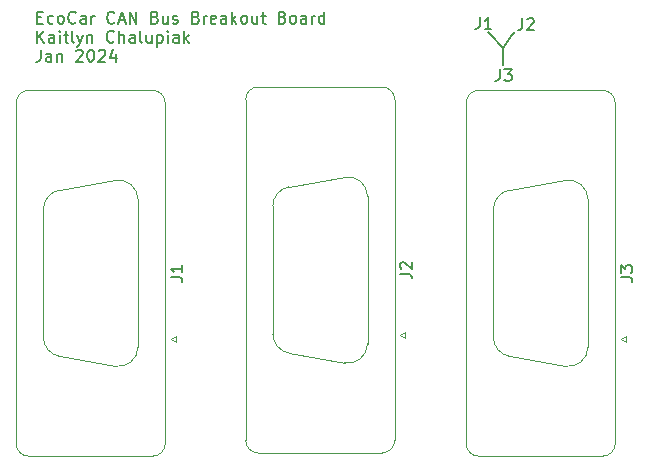
<source format=gto>
G04 #@! TF.GenerationSoftware,KiCad,Pcbnew,7.0.10*
G04 #@! TF.CreationDate,2024-01-28T20:04:37-07:00*
G04 #@! TF.ProjectId,CANBUS Breakout Board,43414e42-5553-4204-9272-65616b6f7574,rev?*
G04 #@! TF.SameCoordinates,Original*
G04 #@! TF.FileFunction,Legend,Top*
G04 #@! TF.FilePolarity,Positive*
%FSLAX46Y46*%
G04 Gerber Fmt 4.6, Leading zero omitted, Abs format (unit mm)*
G04 Created by KiCad (PCBNEW 7.0.10) date 2024-01-28 20:04:37*
%MOMM*%
%LPD*%
G01*
G04 APERTURE LIST*
%ADD10C,0.150000*%
%ADD11C,0.120000*%
%ADD12C,4.000000*%
%ADD13R,1.600000X1.600000*%
%ADD14C,1.600000*%
%ADD15C,2.200000*%
G04 APERTURE END LIST*
D10*
X168200000Y-58500000D02*
X168000000Y-58300000D01*
X169022493Y-61469819D02*
X169022493Y-62184104D01*
X169022493Y-62184104D02*
X168974874Y-62326961D01*
X168974874Y-62326961D02*
X168879636Y-62422200D01*
X168879636Y-62422200D02*
X168736779Y-62469819D01*
X168736779Y-62469819D02*
X168641541Y-62469819D01*
X169403446Y-61469819D02*
X170022493Y-61469819D01*
X170022493Y-61469819D02*
X169689160Y-61850771D01*
X169689160Y-61850771D02*
X169832017Y-61850771D01*
X169832017Y-61850771D02*
X169927255Y-61898390D01*
X169927255Y-61898390D02*
X169974874Y-61946009D01*
X169974874Y-61946009D02*
X170022493Y-62041247D01*
X170022493Y-62041247D02*
X170022493Y-62279342D01*
X170022493Y-62279342D02*
X169974874Y-62374580D01*
X169974874Y-62374580D02*
X169927255Y-62422200D01*
X169927255Y-62422200D02*
X169832017Y-62469819D01*
X169832017Y-62469819D02*
X169546303Y-62469819D01*
X169546303Y-62469819D02*
X169451065Y-62422200D01*
X169451065Y-62422200D02*
X169403446Y-62374580D01*
X170922493Y-57169819D02*
X170922493Y-57884104D01*
X170922493Y-57884104D02*
X170874874Y-58026961D01*
X170874874Y-58026961D02*
X170779636Y-58122200D01*
X170779636Y-58122200D02*
X170636779Y-58169819D01*
X170636779Y-58169819D02*
X170541541Y-58169819D01*
X171351065Y-57265057D02*
X171398684Y-57217438D01*
X171398684Y-57217438D02*
X171493922Y-57169819D01*
X171493922Y-57169819D02*
X171732017Y-57169819D01*
X171732017Y-57169819D02*
X171827255Y-57217438D01*
X171827255Y-57217438D02*
X171874874Y-57265057D01*
X171874874Y-57265057D02*
X171922493Y-57360295D01*
X171922493Y-57360295D02*
X171922493Y-57455533D01*
X171922493Y-57455533D02*
X171874874Y-57598390D01*
X171874874Y-57598390D02*
X171303446Y-58169819D01*
X171303446Y-58169819D02*
X171922493Y-58169819D01*
X167322493Y-57069819D02*
X167322493Y-57784104D01*
X167322493Y-57784104D02*
X167274874Y-57926961D01*
X167274874Y-57926961D02*
X167179636Y-58022200D01*
X167179636Y-58022200D02*
X167036779Y-58069819D01*
X167036779Y-58069819D02*
X166941541Y-58069819D01*
X168322493Y-58069819D02*
X167751065Y-58069819D01*
X168036779Y-58069819D02*
X168036779Y-57069819D01*
X168036779Y-57069819D02*
X167941541Y-57212676D01*
X167941541Y-57212676D02*
X167846303Y-57307914D01*
X167846303Y-57307914D02*
X167751065Y-57355533D01*
X170100000Y-58600000D02*
X170300000Y-58300000D01*
X169300000Y-59700000D02*
X169300000Y-61100000D01*
X169300000Y-59700000D02*
X170100000Y-58600000D01*
X168200000Y-58500000D02*
X169300000Y-59700000D01*
X129876779Y-57086009D02*
X130210112Y-57086009D01*
X130352969Y-57609819D02*
X129876779Y-57609819D01*
X129876779Y-57609819D02*
X129876779Y-56609819D01*
X129876779Y-56609819D02*
X130352969Y-56609819D01*
X131210112Y-57562200D02*
X131114874Y-57609819D01*
X131114874Y-57609819D02*
X130924398Y-57609819D01*
X130924398Y-57609819D02*
X130829160Y-57562200D01*
X130829160Y-57562200D02*
X130781541Y-57514580D01*
X130781541Y-57514580D02*
X130733922Y-57419342D01*
X130733922Y-57419342D02*
X130733922Y-57133628D01*
X130733922Y-57133628D02*
X130781541Y-57038390D01*
X130781541Y-57038390D02*
X130829160Y-56990771D01*
X130829160Y-56990771D02*
X130924398Y-56943152D01*
X130924398Y-56943152D02*
X131114874Y-56943152D01*
X131114874Y-56943152D02*
X131210112Y-56990771D01*
X131781541Y-57609819D02*
X131686303Y-57562200D01*
X131686303Y-57562200D02*
X131638684Y-57514580D01*
X131638684Y-57514580D02*
X131591065Y-57419342D01*
X131591065Y-57419342D02*
X131591065Y-57133628D01*
X131591065Y-57133628D02*
X131638684Y-57038390D01*
X131638684Y-57038390D02*
X131686303Y-56990771D01*
X131686303Y-56990771D02*
X131781541Y-56943152D01*
X131781541Y-56943152D02*
X131924398Y-56943152D01*
X131924398Y-56943152D02*
X132019636Y-56990771D01*
X132019636Y-56990771D02*
X132067255Y-57038390D01*
X132067255Y-57038390D02*
X132114874Y-57133628D01*
X132114874Y-57133628D02*
X132114874Y-57419342D01*
X132114874Y-57419342D02*
X132067255Y-57514580D01*
X132067255Y-57514580D02*
X132019636Y-57562200D01*
X132019636Y-57562200D02*
X131924398Y-57609819D01*
X131924398Y-57609819D02*
X131781541Y-57609819D01*
X133114874Y-57514580D02*
X133067255Y-57562200D01*
X133067255Y-57562200D02*
X132924398Y-57609819D01*
X132924398Y-57609819D02*
X132829160Y-57609819D01*
X132829160Y-57609819D02*
X132686303Y-57562200D01*
X132686303Y-57562200D02*
X132591065Y-57466961D01*
X132591065Y-57466961D02*
X132543446Y-57371723D01*
X132543446Y-57371723D02*
X132495827Y-57181247D01*
X132495827Y-57181247D02*
X132495827Y-57038390D01*
X132495827Y-57038390D02*
X132543446Y-56847914D01*
X132543446Y-56847914D02*
X132591065Y-56752676D01*
X132591065Y-56752676D02*
X132686303Y-56657438D01*
X132686303Y-56657438D02*
X132829160Y-56609819D01*
X132829160Y-56609819D02*
X132924398Y-56609819D01*
X132924398Y-56609819D02*
X133067255Y-56657438D01*
X133067255Y-56657438D02*
X133114874Y-56705057D01*
X133972017Y-57609819D02*
X133972017Y-57086009D01*
X133972017Y-57086009D02*
X133924398Y-56990771D01*
X133924398Y-56990771D02*
X133829160Y-56943152D01*
X133829160Y-56943152D02*
X133638684Y-56943152D01*
X133638684Y-56943152D02*
X133543446Y-56990771D01*
X133972017Y-57562200D02*
X133876779Y-57609819D01*
X133876779Y-57609819D02*
X133638684Y-57609819D01*
X133638684Y-57609819D02*
X133543446Y-57562200D01*
X133543446Y-57562200D02*
X133495827Y-57466961D01*
X133495827Y-57466961D02*
X133495827Y-57371723D01*
X133495827Y-57371723D02*
X133543446Y-57276485D01*
X133543446Y-57276485D02*
X133638684Y-57228866D01*
X133638684Y-57228866D02*
X133876779Y-57228866D01*
X133876779Y-57228866D02*
X133972017Y-57181247D01*
X134448208Y-57609819D02*
X134448208Y-56943152D01*
X134448208Y-57133628D02*
X134495827Y-57038390D01*
X134495827Y-57038390D02*
X134543446Y-56990771D01*
X134543446Y-56990771D02*
X134638684Y-56943152D01*
X134638684Y-56943152D02*
X134733922Y-56943152D01*
X136400589Y-57514580D02*
X136352970Y-57562200D01*
X136352970Y-57562200D02*
X136210113Y-57609819D01*
X136210113Y-57609819D02*
X136114875Y-57609819D01*
X136114875Y-57609819D02*
X135972018Y-57562200D01*
X135972018Y-57562200D02*
X135876780Y-57466961D01*
X135876780Y-57466961D02*
X135829161Y-57371723D01*
X135829161Y-57371723D02*
X135781542Y-57181247D01*
X135781542Y-57181247D02*
X135781542Y-57038390D01*
X135781542Y-57038390D02*
X135829161Y-56847914D01*
X135829161Y-56847914D02*
X135876780Y-56752676D01*
X135876780Y-56752676D02*
X135972018Y-56657438D01*
X135972018Y-56657438D02*
X136114875Y-56609819D01*
X136114875Y-56609819D02*
X136210113Y-56609819D01*
X136210113Y-56609819D02*
X136352970Y-56657438D01*
X136352970Y-56657438D02*
X136400589Y-56705057D01*
X136781542Y-57324104D02*
X137257732Y-57324104D01*
X136686304Y-57609819D02*
X137019637Y-56609819D01*
X137019637Y-56609819D02*
X137352970Y-57609819D01*
X137686304Y-57609819D02*
X137686304Y-56609819D01*
X137686304Y-56609819D02*
X138257732Y-57609819D01*
X138257732Y-57609819D02*
X138257732Y-56609819D01*
X139829161Y-57086009D02*
X139972018Y-57133628D01*
X139972018Y-57133628D02*
X140019637Y-57181247D01*
X140019637Y-57181247D02*
X140067256Y-57276485D01*
X140067256Y-57276485D02*
X140067256Y-57419342D01*
X140067256Y-57419342D02*
X140019637Y-57514580D01*
X140019637Y-57514580D02*
X139972018Y-57562200D01*
X139972018Y-57562200D02*
X139876780Y-57609819D01*
X139876780Y-57609819D02*
X139495828Y-57609819D01*
X139495828Y-57609819D02*
X139495828Y-56609819D01*
X139495828Y-56609819D02*
X139829161Y-56609819D01*
X139829161Y-56609819D02*
X139924399Y-56657438D01*
X139924399Y-56657438D02*
X139972018Y-56705057D01*
X139972018Y-56705057D02*
X140019637Y-56800295D01*
X140019637Y-56800295D02*
X140019637Y-56895533D01*
X140019637Y-56895533D02*
X139972018Y-56990771D01*
X139972018Y-56990771D02*
X139924399Y-57038390D01*
X139924399Y-57038390D02*
X139829161Y-57086009D01*
X139829161Y-57086009D02*
X139495828Y-57086009D01*
X140924399Y-56943152D02*
X140924399Y-57609819D01*
X140495828Y-56943152D02*
X140495828Y-57466961D01*
X140495828Y-57466961D02*
X140543447Y-57562200D01*
X140543447Y-57562200D02*
X140638685Y-57609819D01*
X140638685Y-57609819D02*
X140781542Y-57609819D01*
X140781542Y-57609819D02*
X140876780Y-57562200D01*
X140876780Y-57562200D02*
X140924399Y-57514580D01*
X141352971Y-57562200D02*
X141448209Y-57609819D01*
X141448209Y-57609819D02*
X141638685Y-57609819D01*
X141638685Y-57609819D02*
X141733923Y-57562200D01*
X141733923Y-57562200D02*
X141781542Y-57466961D01*
X141781542Y-57466961D02*
X141781542Y-57419342D01*
X141781542Y-57419342D02*
X141733923Y-57324104D01*
X141733923Y-57324104D02*
X141638685Y-57276485D01*
X141638685Y-57276485D02*
X141495828Y-57276485D01*
X141495828Y-57276485D02*
X141400590Y-57228866D01*
X141400590Y-57228866D02*
X141352971Y-57133628D01*
X141352971Y-57133628D02*
X141352971Y-57086009D01*
X141352971Y-57086009D02*
X141400590Y-56990771D01*
X141400590Y-56990771D02*
X141495828Y-56943152D01*
X141495828Y-56943152D02*
X141638685Y-56943152D01*
X141638685Y-56943152D02*
X141733923Y-56990771D01*
X143305352Y-57086009D02*
X143448209Y-57133628D01*
X143448209Y-57133628D02*
X143495828Y-57181247D01*
X143495828Y-57181247D02*
X143543447Y-57276485D01*
X143543447Y-57276485D02*
X143543447Y-57419342D01*
X143543447Y-57419342D02*
X143495828Y-57514580D01*
X143495828Y-57514580D02*
X143448209Y-57562200D01*
X143448209Y-57562200D02*
X143352971Y-57609819D01*
X143352971Y-57609819D02*
X142972019Y-57609819D01*
X142972019Y-57609819D02*
X142972019Y-56609819D01*
X142972019Y-56609819D02*
X143305352Y-56609819D01*
X143305352Y-56609819D02*
X143400590Y-56657438D01*
X143400590Y-56657438D02*
X143448209Y-56705057D01*
X143448209Y-56705057D02*
X143495828Y-56800295D01*
X143495828Y-56800295D02*
X143495828Y-56895533D01*
X143495828Y-56895533D02*
X143448209Y-56990771D01*
X143448209Y-56990771D02*
X143400590Y-57038390D01*
X143400590Y-57038390D02*
X143305352Y-57086009D01*
X143305352Y-57086009D02*
X142972019Y-57086009D01*
X143972019Y-57609819D02*
X143972019Y-56943152D01*
X143972019Y-57133628D02*
X144019638Y-57038390D01*
X144019638Y-57038390D02*
X144067257Y-56990771D01*
X144067257Y-56990771D02*
X144162495Y-56943152D01*
X144162495Y-56943152D02*
X144257733Y-56943152D01*
X144972019Y-57562200D02*
X144876781Y-57609819D01*
X144876781Y-57609819D02*
X144686305Y-57609819D01*
X144686305Y-57609819D02*
X144591067Y-57562200D01*
X144591067Y-57562200D02*
X144543448Y-57466961D01*
X144543448Y-57466961D02*
X144543448Y-57086009D01*
X144543448Y-57086009D02*
X144591067Y-56990771D01*
X144591067Y-56990771D02*
X144686305Y-56943152D01*
X144686305Y-56943152D02*
X144876781Y-56943152D01*
X144876781Y-56943152D02*
X144972019Y-56990771D01*
X144972019Y-56990771D02*
X145019638Y-57086009D01*
X145019638Y-57086009D02*
X145019638Y-57181247D01*
X145019638Y-57181247D02*
X144543448Y-57276485D01*
X145876781Y-57609819D02*
X145876781Y-57086009D01*
X145876781Y-57086009D02*
X145829162Y-56990771D01*
X145829162Y-56990771D02*
X145733924Y-56943152D01*
X145733924Y-56943152D02*
X145543448Y-56943152D01*
X145543448Y-56943152D02*
X145448210Y-56990771D01*
X145876781Y-57562200D02*
X145781543Y-57609819D01*
X145781543Y-57609819D02*
X145543448Y-57609819D01*
X145543448Y-57609819D02*
X145448210Y-57562200D01*
X145448210Y-57562200D02*
X145400591Y-57466961D01*
X145400591Y-57466961D02*
X145400591Y-57371723D01*
X145400591Y-57371723D02*
X145448210Y-57276485D01*
X145448210Y-57276485D02*
X145543448Y-57228866D01*
X145543448Y-57228866D02*
X145781543Y-57228866D01*
X145781543Y-57228866D02*
X145876781Y-57181247D01*
X146352972Y-57609819D02*
X146352972Y-56609819D01*
X146448210Y-57228866D02*
X146733924Y-57609819D01*
X146733924Y-56943152D02*
X146352972Y-57324104D01*
X147305353Y-57609819D02*
X147210115Y-57562200D01*
X147210115Y-57562200D02*
X147162496Y-57514580D01*
X147162496Y-57514580D02*
X147114877Y-57419342D01*
X147114877Y-57419342D02*
X147114877Y-57133628D01*
X147114877Y-57133628D02*
X147162496Y-57038390D01*
X147162496Y-57038390D02*
X147210115Y-56990771D01*
X147210115Y-56990771D02*
X147305353Y-56943152D01*
X147305353Y-56943152D02*
X147448210Y-56943152D01*
X147448210Y-56943152D02*
X147543448Y-56990771D01*
X147543448Y-56990771D02*
X147591067Y-57038390D01*
X147591067Y-57038390D02*
X147638686Y-57133628D01*
X147638686Y-57133628D02*
X147638686Y-57419342D01*
X147638686Y-57419342D02*
X147591067Y-57514580D01*
X147591067Y-57514580D02*
X147543448Y-57562200D01*
X147543448Y-57562200D02*
X147448210Y-57609819D01*
X147448210Y-57609819D02*
X147305353Y-57609819D01*
X148495829Y-56943152D02*
X148495829Y-57609819D01*
X148067258Y-56943152D02*
X148067258Y-57466961D01*
X148067258Y-57466961D02*
X148114877Y-57562200D01*
X148114877Y-57562200D02*
X148210115Y-57609819D01*
X148210115Y-57609819D02*
X148352972Y-57609819D01*
X148352972Y-57609819D02*
X148448210Y-57562200D01*
X148448210Y-57562200D02*
X148495829Y-57514580D01*
X148829163Y-56943152D02*
X149210115Y-56943152D01*
X148972020Y-56609819D02*
X148972020Y-57466961D01*
X148972020Y-57466961D02*
X149019639Y-57562200D01*
X149019639Y-57562200D02*
X149114877Y-57609819D01*
X149114877Y-57609819D02*
X149210115Y-57609819D01*
X150638687Y-57086009D02*
X150781544Y-57133628D01*
X150781544Y-57133628D02*
X150829163Y-57181247D01*
X150829163Y-57181247D02*
X150876782Y-57276485D01*
X150876782Y-57276485D02*
X150876782Y-57419342D01*
X150876782Y-57419342D02*
X150829163Y-57514580D01*
X150829163Y-57514580D02*
X150781544Y-57562200D01*
X150781544Y-57562200D02*
X150686306Y-57609819D01*
X150686306Y-57609819D02*
X150305354Y-57609819D01*
X150305354Y-57609819D02*
X150305354Y-56609819D01*
X150305354Y-56609819D02*
X150638687Y-56609819D01*
X150638687Y-56609819D02*
X150733925Y-56657438D01*
X150733925Y-56657438D02*
X150781544Y-56705057D01*
X150781544Y-56705057D02*
X150829163Y-56800295D01*
X150829163Y-56800295D02*
X150829163Y-56895533D01*
X150829163Y-56895533D02*
X150781544Y-56990771D01*
X150781544Y-56990771D02*
X150733925Y-57038390D01*
X150733925Y-57038390D02*
X150638687Y-57086009D01*
X150638687Y-57086009D02*
X150305354Y-57086009D01*
X151448211Y-57609819D02*
X151352973Y-57562200D01*
X151352973Y-57562200D02*
X151305354Y-57514580D01*
X151305354Y-57514580D02*
X151257735Y-57419342D01*
X151257735Y-57419342D02*
X151257735Y-57133628D01*
X151257735Y-57133628D02*
X151305354Y-57038390D01*
X151305354Y-57038390D02*
X151352973Y-56990771D01*
X151352973Y-56990771D02*
X151448211Y-56943152D01*
X151448211Y-56943152D02*
X151591068Y-56943152D01*
X151591068Y-56943152D02*
X151686306Y-56990771D01*
X151686306Y-56990771D02*
X151733925Y-57038390D01*
X151733925Y-57038390D02*
X151781544Y-57133628D01*
X151781544Y-57133628D02*
X151781544Y-57419342D01*
X151781544Y-57419342D02*
X151733925Y-57514580D01*
X151733925Y-57514580D02*
X151686306Y-57562200D01*
X151686306Y-57562200D02*
X151591068Y-57609819D01*
X151591068Y-57609819D02*
X151448211Y-57609819D01*
X152638687Y-57609819D02*
X152638687Y-57086009D01*
X152638687Y-57086009D02*
X152591068Y-56990771D01*
X152591068Y-56990771D02*
X152495830Y-56943152D01*
X152495830Y-56943152D02*
X152305354Y-56943152D01*
X152305354Y-56943152D02*
X152210116Y-56990771D01*
X152638687Y-57562200D02*
X152543449Y-57609819D01*
X152543449Y-57609819D02*
X152305354Y-57609819D01*
X152305354Y-57609819D02*
X152210116Y-57562200D01*
X152210116Y-57562200D02*
X152162497Y-57466961D01*
X152162497Y-57466961D02*
X152162497Y-57371723D01*
X152162497Y-57371723D02*
X152210116Y-57276485D01*
X152210116Y-57276485D02*
X152305354Y-57228866D01*
X152305354Y-57228866D02*
X152543449Y-57228866D01*
X152543449Y-57228866D02*
X152638687Y-57181247D01*
X153114878Y-57609819D02*
X153114878Y-56943152D01*
X153114878Y-57133628D02*
X153162497Y-57038390D01*
X153162497Y-57038390D02*
X153210116Y-56990771D01*
X153210116Y-56990771D02*
X153305354Y-56943152D01*
X153305354Y-56943152D02*
X153400592Y-56943152D01*
X154162497Y-57609819D02*
X154162497Y-56609819D01*
X154162497Y-57562200D02*
X154067259Y-57609819D01*
X154067259Y-57609819D02*
X153876783Y-57609819D01*
X153876783Y-57609819D02*
X153781545Y-57562200D01*
X153781545Y-57562200D02*
X153733926Y-57514580D01*
X153733926Y-57514580D02*
X153686307Y-57419342D01*
X153686307Y-57419342D02*
X153686307Y-57133628D01*
X153686307Y-57133628D02*
X153733926Y-57038390D01*
X153733926Y-57038390D02*
X153781545Y-56990771D01*
X153781545Y-56990771D02*
X153876783Y-56943152D01*
X153876783Y-56943152D02*
X154067259Y-56943152D01*
X154067259Y-56943152D02*
X154162497Y-56990771D01*
X129876779Y-59219819D02*
X129876779Y-58219819D01*
X130448207Y-59219819D02*
X130019636Y-58648390D01*
X130448207Y-58219819D02*
X129876779Y-58791247D01*
X131305350Y-59219819D02*
X131305350Y-58696009D01*
X131305350Y-58696009D02*
X131257731Y-58600771D01*
X131257731Y-58600771D02*
X131162493Y-58553152D01*
X131162493Y-58553152D02*
X130972017Y-58553152D01*
X130972017Y-58553152D02*
X130876779Y-58600771D01*
X131305350Y-59172200D02*
X131210112Y-59219819D01*
X131210112Y-59219819D02*
X130972017Y-59219819D01*
X130972017Y-59219819D02*
X130876779Y-59172200D01*
X130876779Y-59172200D02*
X130829160Y-59076961D01*
X130829160Y-59076961D02*
X130829160Y-58981723D01*
X130829160Y-58981723D02*
X130876779Y-58886485D01*
X130876779Y-58886485D02*
X130972017Y-58838866D01*
X130972017Y-58838866D02*
X131210112Y-58838866D01*
X131210112Y-58838866D02*
X131305350Y-58791247D01*
X131781541Y-59219819D02*
X131781541Y-58553152D01*
X131781541Y-58219819D02*
X131733922Y-58267438D01*
X131733922Y-58267438D02*
X131781541Y-58315057D01*
X131781541Y-58315057D02*
X131829160Y-58267438D01*
X131829160Y-58267438D02*
X131781541Y-58219819D01*
X131781541Y-58219819D02*
X131781541Y-58315057D01*
X132114874Y-58553152D02*
X132495826Y-58553152D01*
X132257731Y-58219819D02*
X132257731Y-59076961D01*
X132257731Y-59076961D02*
X132305350Y-59172200D01*
X132305350Y-59172200D02*
X132400588Y-59219819D01*
X132400588Y-59219819D02*
X132495826Y-59219819D01*
X132972017Y-59219819D02*
X132876779Y-59172200D01*
X132876779Y-59172200D02*
X132829160Y-59076961D01*
X132829160Y-59076961D02*
X132829160Y-58219819D01*
X133257732Y-58553152D02*
X133495827Y-59219819D01*
X133733922Y-58553152D02*
X133495827Y-59219819D01*
X133495827Y-59219819D02*
X133400589Y-59457914D01*
X133400589Y-59457914D02*
X133352970Y-59505533D01*
X133352970Y-59505533D02*
X133257732Y-59553152D01*
X134114875Y-58553152D02*
X134114875Y-59219819D01*
X134114875Y-58648390D02*
X134162494Y-58600771D01*
X134162494Y-58600771D02*
X134257732Y-58553152D01*
X134257732Y-58553152D02*
X134400589Y-58553152D01*
X134400589Y-58553152D02*
X134495827Y-58600771D01*
X134495827Y-58600771D02*
X134543446Y-58696009D01*
X134543446Y-58696009D02*
X134543446Y-59219819D01*
X136352970Y-59124580D02*
X136305351Y-59172200D01*
X136305351Y-59172200D02*
X136162494Y-59219819D01*
X136162494Y-59219819D02*
X136067256Y-59219819D01*
X136067256Y-59219819D02*
X135924399Y-59172200D01*
X135924399Y-59172200D02*
X135829161Y-59076961D01*
X135829161Y-59076961D02*
X135781542Y-58981723D01*
X135781542Y-58981723D02*
X135733923Y-58791247D01*
X135733923Y-58791247D02*
X135733923Y-58648390D01*
X135733923Y-58648390D02*
X135781542Y-58457914D01*
X135781542Y-58457914D02*
X135829161Y-58362676D01*
X135829161Y-58362676D02*
X135924399Y-58267438D01*
X135924399Y-58267438D02*
X136067256Y-58219819D01*
X136067256Y-58219819D02*
X136162494Y-58219819D01*
X136162494Y-58219819D02*
X136305351Y-58267438D01*
X136305351Y-58267438D02*
X136352970Y-58315057D01*
X136781542Y-59219819D02*
X136781542Y-58219819D01*
X137210113Y-59219819D02*
X137210113Y-58696009D01*
X137210113Y-58696009D02*
X137162494Y-58600771D01*
X137162494Y-58600771D02*
X137067256Y-58553152D01*
X137067256Y-58553152D02*
X136924399Y-58553152D01*
X136924399Y-58553152D02*
X136829161Y-58600771D01*
X136829161Y-58600771D02*
X136781542Y-58648390D01*
X138114875Y-59219819D02*
X138114875Y-58696009D01*
X138114875Y-58696009D02*
X138067256Y-58600771D01*
X138067256Y-58600771D02*
X137972018Y-58553152D01*
X137972018Y-58553152D02*
X137781542Y-58553152D01*
X137781542Y-58553152D02*
X137686304Y-58600771D01*
X138114875Y-59172200D02*
X138019637Y-59219819D01*
X138019637Y-59219819D02*
X137781542Y-59219819D01*
X137781542Y-59219819D02*
X137686304Y-59172200D01*
X137686304Y-59172200D02*
X137638685Y-59076961D01*
X137638685Y-59076961D02*
X137638685Y-58981723D01*
X137638685Y-58981723D02*
X137686304Y-58886485D01*
X137686304Y-58886485D02*
X137781542Y-58838866D01*
X137781542Y-58838866D02*
X138019637Y-58838866D01*
X138019637Y-58838866D02*
X138114875Y-58791247D01*
X138733923Y-59219819D02*
X138638685Y-59172200D01*
X138638685Y-59172200D02*
X138591066Y-59076961D01*
X138591066Y-59076961D02*
X138591066Y-58219819D01*
X139543447Y-58553152D02*
X139543447Y-59219819D01*
X139114876Y-58553152D02*
X139114876Y-59076961D01*
X139114876Y-59076961D02*
X139162495Y-59172200D01*
X139162495Y-59172200D02*
X139257733Y-59219819D01*
X139257733Y-59219819D02*
X139400590Y-59219819D01*
X139400590Y-59219819D02*
X139495828Y-59172200D01*
X139495828Y-59172200D02*
X139543447Y-59124580D01*
X140019638Y-58553152D02*
X140019638Y-59553152D01*
X140019638Y-58600771D02*
X140114876Y-58553152D01*
X140114876Y-58553152D02*
X140305352Y-58553152D01*
X140305352Y-58553152D02*
X140400590Y-58600771D01*
X140400590Y-58600771D02*
X140448209Y-58648390D01*
X140448209Y-58648390D02*
X140495828Y-58743628D01*
X140495828Y-58743628D02*
X140495828Y-59029342D01*
X140495828Y-59029342D02*
X140448209Y-59124580D01*
X140448209Y-59124580D02*
X140400590Y-59172200D01*
X140400590Y-59172200D02*
X140305352Y-59219819D01*
X140305352Y-59219819D02*
X140114876Y-59219819D01*
X140114876Y-59219819D02*
X140019638Y-59172200D01*
X140924400Y-59219819D02*
X140924400Y-58553152D01*
X140924400Y-58219819D02*
X140876781Y-58267438D01*
X140876781Y-58267438D02*
X140924400Y-58315057D01*
X140924400Y-58315057D02*
X140972019Y-58267438D01*
X140972019Y-58267438D02*
X140924400Y-58219819D01*
X140924400Y-58219819D02*
X140924400Y-58315057D01*
X141829161Y-59219819D02*
X141829161Y-58696009D01*
X141829161Y-58696009D02*
X141781542Y-58600771D01*
X141781542Y-58600771D02*
X141686304Y-58553152D01*
X141686304Y-58553152D02*
X141495828Y-58553152D01*
X141495828Y-58553152D02*
X141400590Y-58600771D01*
X141829161Y-59172200D02*
X141733923Y-59219819D01*
X141733923Y-59219819D02*
X141495828Y-59219819D01*
X141495828Y-59219819D02*
X141400590Y-59172200D01*
X141400590Y-59172200D02*
X141352971Y-59076961D01*
X141352971Y-59076961D02*
X141352971Y-58981723D01*
X141352971Y-58981723D02*
X141400590Y-58886485D01*
X141400590Y-58886485D02*
X141495828Y-58838866D01*
X141495828Y-58838866D02*
X141733923Y-58838866D01*
X141733923Y-58838866D02*
X141829161Y-58791247D01*
X142305352Y-59219819D02*
X142305352Y-58219819D01*
X142400590Y-58838866D02*
X142686304Y-59219819D01*
X142686304Y-58553152D02*
X142305352Y-58934104D01*
X130162493Y-59829819D02*
X130162493Y-60544104D01*
X130162493Y-60544104D02*
X130114874Y-60686961D01*
X130114874Y-60686961D02*
X130019636Y-60782200D01*
X130019636Y-60782200D02*
X129876779Y-60829819D01*
X129876779Y-60829819D02*
X129781541Y-60829819D01*
X131067255Y-60829819D02*
X131067255Y-60306009D01*
X131067255Y-60306009D02*
X131019636Y-60210771D01*
X131019636Y-60210771D02*
X130924398Y-60163152D01*
X130924398Y-60163152D02*
X130733922Y-60163152D01*
X130733922Y-60163152D02*
X130638684Y-60210771D01*
X131067255Y-60782200D02*
X130972017Y-60829819D01*
X130972017Y-60829819D02*
X130733922Y-60829819D01*
X130733922Y-60829819D02*
X130638684Y-60782200D01*
X130638684Y-60782200D02*
X130591065Y-60686961D01*
X130591065Y-60686961D02*
X130591065Y-60591723D01*
X130591065Y-60591723D02*
X130638684Y-60496485D01*
X130638684Y-60496485D02*
X130733922Y-60448866D01*
X130733922Y-60448866D02*
X130972017Y-60448866D01*
X130972017Y-60448866D02*
X131067255Y-60401247D01*
X131543446Y-60163152D02*
X131543446Y-60829819D01*
X131543446Y-60258390D02*
X131591065Y-60210771D01*
X131591065Y-60210771D02*
X131686303Y-60163152D01*
X131686303Y-60163152D02*
X131829160Y-60163152D01*
X131829160Y-60163152D02*
X131924398Y-60210771D01*
X131924398Y-60210771D02*
X131972017Y-60306009D01*
X131972017Y-60306009D02*
X131972017Y-60829819D01*
X133162494Y-59925057D02*
X133210113Y-59877438D01*
X133210113Y-59877438D02*
X133305351Y-59829819D01*
X133305351Y-59829819D02*
X133543446Y-59829819D01*
X133543446Y-59829819D02*
X133638684Y-59877438D01*
X133638684Y-59877438D02*
X133686303Y-59925057D01*
X133686303Y-59925057D02*
X133733922Y-60020295D01*
X133733922Y-60020295D02*
X133733922Y-60115533D01*
X133733922Y-60115533D02*
X133686303Y-60258390D01*
X133686303Y-60258390D02*
X133114875Y-60829819D01*
X133114875Y-60829819D02*
X133733922Y-60829819D01*
X134352970Y-59829819D02*
X134448208Y-59829819D01*
X134448208Y-59829819D02*
X134543446Y-59877438D01*
X134543446Y-59877438D02*
X134591065Y-59925057D01*
X134591065Y-59925057D02*
X134638684Y-60020295D01*
X134638684Y-60020295D02*
X134686303Y-60210771D01*
X134686303Y-60210771D02*
X134686303Y-60448866D01*
X134686303Y-60448866D02*
X134638684Y-60639342D01*
X134638684Y-60639342D02*
X134591065Y-60734580D01*
X134591065Y-60734580D02*
X134543446Y-60782200D01*
X134543446Y-60782200D02*
X134448208Y-60829819D01*
X134448208Y-60829819D02*
X134352970Y-60829819D01*
X134352970Y-60829819D02*
X134257732Y-60782200D01*
X134257732Y-60782200D02*
X134210113Y-60734580D01*
X134210113Y-60734580D02*
X134162494Y-60639342D01*
X134162494Y-60639342D02*
X134114875Y-60448866D01*
X134114875Y-60448866D02*
X134114875Y-60210771D01*
X134114875Y-60210771D02*
X134162494Y-60020295D01*
X134162494Y-60020295D02*
X134210113Y-59925057D01*
X134210113Y-59925057D02*
X134257732Y-59877438D01*
X134257732Y-59877438D02*
X134352970Y-59829819D01*
X135067256Y-59925057D02*
X135114875Y-59877438D01*
X135114875Y-59877438D02*
X135210113Y-59829819D01*
X135210113Y-59829819D02*
X135448208Y-59829819D01*
X135448208Y-59829819D02*
X135543446Y-59877438D01*
X135543446Y-59877438D02*
X135591065Y-59925057D01*
X135591065Y-59925057D02*
X135638684Y-60020295D01*
X135638684Y-60020295D02*
X135638684Y-60115533D01*
X135638684Y-60115533D02*
X135591065Y-60258390D01*
X135591065Y-60258390D02*
X135019637Y-60829819D01*
X135019637Y-60829819D02*
X135638684Y-60829819D01*
X136495827Y-60163152D02*
X136495827Y-60829819D01*
X136257732Y-59782200D02*
X136019637Y-60496485D01*
X136019637Y-60496485D02*
X136638684Y-60496485D01*
X141155150Y-79083333D02*
X141869435Y-79083333D01*
X141869435Y-79083333D02*
X142012292Y-79130952D01*
X142012292Y-79130952D02*
X142107531Y-79226190D01*
X142107531Y-79226190D02*
X142155150Y-79369047D01*
X142155150Y-79369047D02*
X142155150Y-79464285D01*
X142155150Y-78083333D02*
X142155150Y-78654761D01*
X142155150Y-78369047D02*
X141155150Y-78369047D01*
X141155150Y-78369047D02*
X141298007Y-78464285D01*
X141298007Y-78464285D02*
X141393245Y-78559523D01*
X141393245Y-78559523D02*
X141440864Y-78654761D01*
X160584819Y-78803002D02*
X161299104Y-78803002D01*
X161299104Y-78803002D02*
X161441961Y-78850621D01*
X161441961Y-78850621D02*
X161537200Y-78945859D01*
X161537200Y-78945859D02*
X161584819Y-79088716D01*
X161584819Y-79088716D02*
X161584819Y-79183954D01*
X160680057Y-78374430D02*
X160632438Y-78326811D01*
X160632438Y-78326811D02*
X160584819Y-78231573D01*
X160584819Y-78231573D02*
X160584819Y-77993478D01*
X160584819Y-77993478D02*
X160632438Y-77898240D01*
X160632438Y-77898240D02*
X160680057Y-77850621D01*
X160680057Y-77850621D02*
X160775295Y-77803002D01*
X160775295Y-77803002D02*
X160870533Y-77803002D01*
X160870533Y-77803002D02*
X161013390Y-77850621D01*
X161013390Y-77850621D02*
X161584819Y-78422049D01*
X161584819Y-78422049D02*
X161584819Y-77803002D01*
X179255150Y-79083333D02*
X179969435Y-79083333D01*
X179969435Y-79083333D02*
X180112292Y-79130952D01*
X180112292Y-79130952D02*
X180207531Y-79226190D01*
X180207531Y-79226190D02*
X180255150Y-79369047D01*
X180255150Y-79369047D02*
X180255150Y-79464285D01*
X179255150Y-78702380D02*
X179255150Y-78083333D01*
X179255150Y-78083333D02*
X179636102Y-78416666D01*
X179636102Y-78416666D02*
X179636102Y-78273809D01*
X179636102Y-78273809D02*
X179683721Y-78178571D01*
X179683721Y-78178571D02*
X179731340Y-78130952D01*
X179731340Y-78130952D02*
X179826578Y-78083333D01*
X179826578Y-78083333D02*
X180064673Y-78083333D01*
X180064673Y-78083333D02*
X180159911Y-78130952D01*
X180159911Y-78130952D02*
X180207531Y-78178571D01*
X180207531Y-78178571D02*
X180255150Y-78273809D01*
X180255150Y-78273809D02*
X180255150Y-78559523D01*
X180255150Y-78559523D02*
X180207531Y-78654761D01*
X180207531Y-78654761D02*
X180159911Y-78702380D01*
D11*
X129140331Y-63265000D02*
X139640331Y-63265000D01*
X140700331Y-64325000D02*
X140700331Y-93175000D01*
X136452075Y-70883530D02*
X131752075Y-71712267D01*
X138400331Y-72518311D02*
X138400331Y-84981689D01*
X130380331Y-73347048D02*
X130380331Y-84152952D01*
X141594669Y-84040000D02*
X141594669Y-84540000D01*
X141161656Y-84290000D02*
X141594669Y-84040000D01*
X141594669Y-84540000D02*
X141161656Y-84290000D01*
X136452075Y-86616470D02*
X131752075Y-85787733D01*
X128080331Y-93175000D02*
X128080331Y-64325000D01*
X139640331Y-94235000D02*
X129140331Y-94235000D01*
X140700331Y-64325000D02*
G75*
G03*
X139640331Y-63265000I-1060001J-1D01*
G01*
X129140331Y-63265000D02*
G75*
G03*
X128080331Y-64325000I1J-1060001D01*
G01*
X138400331Y-72518311D02*
G75*
G03*
X136452075Y-70883530I-1659999J1D01*
G01*
X131752075Y-71712266D02*
G75*
G03*
X130380331Y-73347048I288257J-1634782D01*
G01*
X136452075Y-86616471D02*
G75*
G03*
X138400331Y-84981689I288256J1634781D01*
G01*
X130380332Y-84152952D02*
G75*
G03*
X131752075Y-85787732I1659998J-1D01*
G01*
X139640331Y-94235000D02*
G75*
G03*
X140700331Y-93175000I0J1060000D01*
G01*
X128080331Y-93175000D02*
G75*
G03*
X129140331Y-94235000I1060000J0D01*
G01*
X147510000Y-92894669D02*
G75*
G03*
X148570000Y-93954669I1060000J0D01*
G01*
X159070000Y-93954669D02*
G75*
G03*
X160130000Y-92894669I0J1060000D01*
G01*
X149810001Y-83872621D02*
G75*
G03*
X151181744Y-85507401I1659998J-1D01*
G01*
X155881744Y-86336140D02*
G75*
G03*
X157830000Y-84701358I288256J1634781D01*
G01*
X151181744Y-71431935D02*
G75*
G03*
X149810000Y-73066717I288257J-1634782D01*
G01*
X157830000Y-72237980D02*
G75*
G03*
X155881744Y-70603199I-1659999J1D01*
G01*
X148570000Y-62984669D02*
G75*
G03*
X147510000Y-64044669I1J-1060001D01*
G01*
X160130000Y-64044669D02*
G75*
G03*
X159070000Y-62984669I-1060001J-1D01*
G01*
X159070000Y-93954669D02*
X148570000Y-93954669D01*
X147510000Y-92894669D02*
X147510000Y-64044669D01*
X155881744Y-86336139D02*
X151181744Y-85507402D01*
X161024338Y-84259669D02*
X160591325Y-84009669D01*
X160591325Y-84009669D02*
X161024338Y-83759669D01*
X161024338Y-83759669D02*
X161024338Y-84259669D01*
X149810000Y-73066717D02*
X149810000Y-83872621D01*
X157830000Y-72237980D02*
X157830000Y-84701358D01*
X155881744Y-70603199D02*
X151181744Y-71431936D01*
X160130000Y-64044669D02*
X160130000Y-92894669D01*
X148570000Y-62984669D02*
X159070000Y-62984669D01*
X167240331Y-63265000D02*
X177740331Y-63265000D01*
X178800331Y-64325000D02*
X178800331Y-93175000D01*
X174552075Y-70883530D02*
X169852075Y-71712267D01*
X176500331Y-72518311D02*
X176500331Y-84981689D01*
X168480331Y-73347048D02*
X168480331Y-84152952D01*
X179694669Y-84040000D02*
X179694669Y-84540000D01*
X179261656Y-84290000D02*
X179694669Y-84040000D01*
X179694669Y-84540000D02*
X179261656Y-84290000D01*
X174552075Y-86616470D02*
X169852075Y-85787733D01*
X166180331Y-93175000D02*
X166180331Y-64325000D01*
X177740331Y-94235000D02*
X167240331Y-94235000D01*
X178800331Y-64325000D02*
G75*
G03*
X177740331Y-63265000I-1060001J-1D01*
G01*
X167240331Y-63265000D02*
G75*
G03*
X166180331Y-64325000I1J-1060001D01*
G01*
X176500331Y-72518311D02*
G75*
G03*
X174552075Y-70883530I-1659999J1D01*
G01*
X169852075Y-71712266D02*
G75*
G03*
X168480331Y-73347048I288257J-1634782D01*
G01*
X174552075Y-86616471D02*
G75*
G03*
X176500331Y-84981689I288256J1634781D01*
G01*
X168480332Y-84152952D02*
G75*
G03*
X169852075Y-85787732I1659998J-1D01*
G01*
X177740331Y-94235000D02*
G75*
G03*
X178800331Y-93175000I0J1060000D01*
G01*
X166180331Y-93175000D02*
G75*
G03*
X167240331Y-94235000I1060000J0D01*
G01*
%LPC*%
D12*
X134390331Y-66250000D03*
X134390331Y-91250000D03*
D13*
X135810331Y-84290000D03*
D14*
X135810331Y-81520000D03*
X135810331Y-78750000D03*
X135810331Y-75980000D03*
X135810331Y-73210000D03*
X132970331Y-82905000D03*
X132970331Y-80135000D03*
X132970331Y-77365000D03*
X132970331Y-74595000D03*
X152400000Y-74314669D03*
X152400000Y-77084669D03*
X152400000Y-79854669D03*
X152400000Y-82624669D03*
X155240000Y-72929669D03*
X155240000Y-75699669D03*
X155240000Y-78469669D03*
X155240000Y-81239669D03*
D13*
X155240000Y-84009669D03*
D12*
X153820000Y-90969669D03*
X153820000Y-65969669D03*
D15*
X182880000Y-96520000D03*
X124460000Y-60960000D03*
D12*
X172490331Y-66250000D03*
X172490331Y-91250000D03*
D13*
X173910331Y-84290000D03*
D14*
X173910331Y-81520000D03*
X173910331Y-78750000D03*
X173910331Y-75980000D03*
X173910331Y-73210000D03*
X171070331Y-82905000D03*
X171070331Y-80135000D03*
X171070331Y-77365000D03*
X171070331Y-74595000D03*
D15*
X182880000Y-60960000D03*
X124460000Y-96520000D03*
%LPD*%
M02*

</source>
